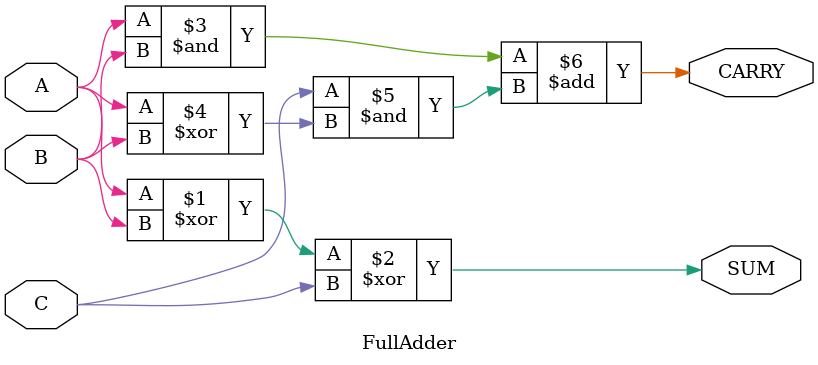
<source format=v>
/*
CO224: Computer Architecture 
Lab 05: Part-5				 
The Sub Module FullAdder			 
Group - 12					 
*/

// FullAdder module definition
module FullAdder(A, B, C, SUM, CARRY);

	// Begin port declaration
	input A, B, C;      // Declare inputs

	output SUM, CARRY;  // Declare output
    // End of port declaration
	
	//Combinational logic for SUM and CARRY bit outputs
	assign SUM = ((A ^ B) ^ C);
	assign CARRY = (A & B) + (C & (A ^ B));

endmodule
</source>
